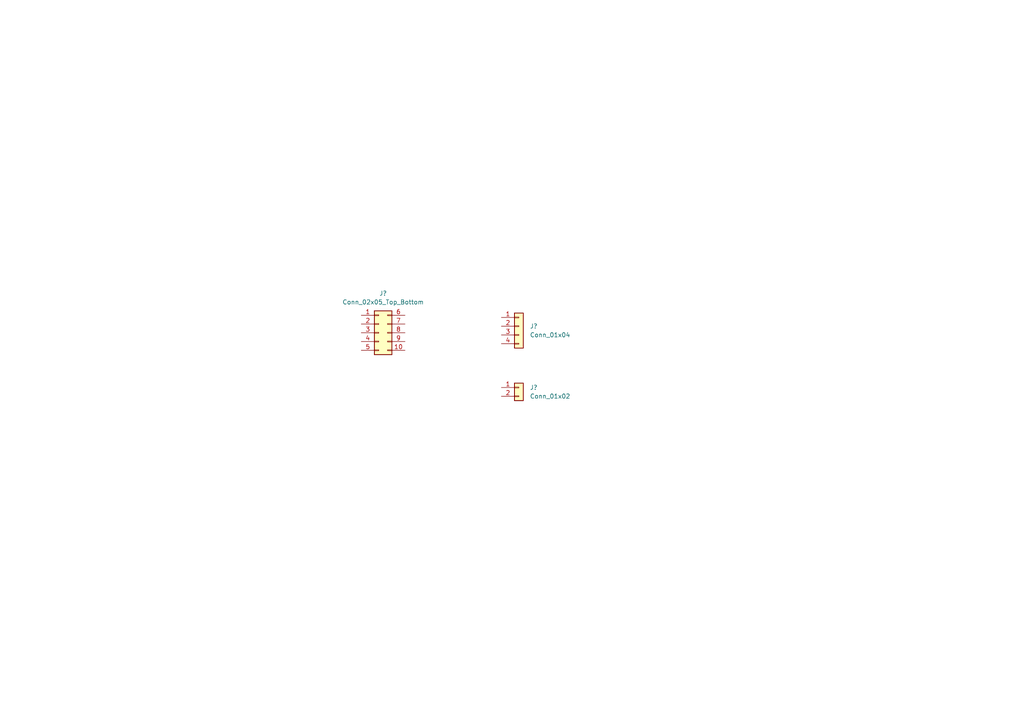
<source format=kicad_sch>
(kicad_sch (version 20211123) (generator eeschema)
  (paper "A4")
  (title_block (title "PM2008 Adapter Board") (date "2022-10-24") (rev "V01") (company "neosarchizo"))
  (lib_symbols
    (symbol "Connector_Generic:Conn_01x02" (pin_names (offset 1.016) hide)
      (property "Reference" "J" (at 0 2.54 0))
      (property "Value" "Conn_01x02" (at 0 -5.08 0))
      (symbol "Conn_01x02_1_1"
        (rectangle (start -1.27 -2.413) (end 0 -2.667) (stroke (width 0.1524)))
        (rectangle (start -1.27 0.127) (end 0 -0.127) (stroke (width 0.1524)))
        (rectangle (start -1.27 1.27) (end 1.27 -3.81) (stroke (width 0.254)) (fill (type background)))
        (pin passive line (at -5.08 0 0) (length 3.81) (name "Pin_1") (number "1"))
        (pin passive line (at -5.08 -2.54 0) (length 3.81) (name "Pin_2") (number "2"))
      )
    )
    (symbol "Connector_Generic:Conn_01x04" (pin_names (offset 1.016) hide)
      (property "Reference" "J" (at 0 5.08 0))
      (property "Value" "Conn_01x04" (at 0 -7.62 0))
      (symbol "Conn_01x04_1_1"
        (rectangle (start -1.27 -4.953) (end 0 -5.207) (stroke (width 0.1524)))
        (rectangle (start -1.27 -2.413) (end 0 -2.667) (stroke (width 0.1524)))
        (rectangle (start -1.27 0.127) (end 0 -0.127) (stroke (width 0.1524)))
        (rectangle (start -1.27 2.667) (end 0 2.413) (stroke (width 0.1524)))
        (rectangle (start -1.27 3.81) (end 1.27 -6.35) (stroke (width 0.254)) (fill (type background)))
        (pin passive line (at -5.08 2.54 0) (length 3.81) (name "Pin_1") (number "1"))
        (pin passive line (at -5.08 0 0) (length 3.81) (name "Pin_2") (number "2"))
        (pin passive line (at -5.08 -2.54 0) (length 3.81) (name "Pin_3") (number "3"))
        (pin passive line (at -5.08 -5.08 0) (length 3.81) (name "Pin_4") (number "4"))
      )
    )
    (symbol "Connector_Generic:Conn_02x05_Top_Bottom" (pin_names (offset 1.016) hide)
      (property "Reference" "J" (at 1.27 7.62 0))
      (property "Value" "Conn_02x05_Top_Bottom" (at 1.27 -7.62 0))
      (symbol "Conn_02x05_Top_Bottom_1_1"
        (rectangle (start -1.27 -4.953) (end 0 -5.207) (stroke (width 0.1524)))
        (rectangle (start -1.27 -2.413) (end 0 -2.667) (stroke (width 0.1524)))
        (rectangle (start -1.27 0.127) (end 0 -0.127) (stroke (width 0.1524)))
        (rectangle (start -1.27 2.667) (end 0 2.413) (stroke (width 0.1524)))
        (rectangle (start -1.27 5.207) (end 0 4.953) (stroke (width 0.1524)))
        (rectangle (start -1.27 6.35) (end 3.81 -6.35) (stroke (width 0.254)) (fill (type background)))
        (rectangle (start 3.81 -4.953) (end 2.54 -5.207) (stroke (width 0.1524)))
        (rectangle (start 3.81 -2.413) (end 2.54 -2.667) (stroke (width 0.1524)))
        (rectangle (start 3.81 0.127) (end 2.54 -0.127) (stroke (width 0.1524)))
        (rectangle (start 3.81 2.667) (end 2.54 2.413) (stroke (width 0.1524)))
        (rectangle (start 3.81 5.207) (end 2.54 4.953) (stroke (width 0.1524)))
        (pin passive line (at -5.08 5.08 0) (length 3.81) (name "Pin_1") (number "1"))
        (pin passive line (at 7.62 -5.08 180) (length 3.81) (name "Pin_10") (number "10"))
        (pin passive line (at -5.08 2.54 0) (length 3.81) (name "Pin_2") (number "2"))
        (pin passive line (at -5.08 0 0) (length 3.81) (name "Pin_3") (number "3"))
        (pin passive line (at -5.08 -2.54 0) (length 3.81) (name "Pin_4") (number "4"))
        (pin passive line (at -5.08 -5.08 0) (length 3.81) (name "Pin_5") (number "5"))
        (pin passive line (at 7.62 5.08 180) (length 3.81) (name "Pin_6") (number "6"))
        (pin passive line (at 7.62 2.54 180) (length 3.81) (name "Pin_7") (number "7"))
        (pin passive line (at 7.62 0 180) (length 3.81) (name "Pin_8") (number "8"))
        (pin passive line (at 7.62 -2.54 180) (length 3.81) (name "Pin_9") (number "9"))
      )
    )
  )
  (symbol (lib_id "Connector_Generic:Conn_02x05_Top_Bottom") (at 109.855 96.52 0) (unit 1)
    (property "Reference" "J?" (at 111.125 85.09 0))
    (property "Value" "Conn_02x05_Top_Bottom" (at 111.125 87.63 0))
  )
  (symbol (lib_id "Connector_Generic:Conn_01x04") (at 150.495 94.615 0) (unit 1)
    (property "Reference" "J?" (at 153.67 94.6149 0) (effects (justify left)))
    (property "Value" "Conn_01x04" (at 153.67 97.1549 0) (effects (justify left)))
  )
  (symbol (lib_id "Connector_Generic:Conn_01x02") (at 150.495 112.395 0) (unit 1)
    (property "Reference" "J?" (at 153.67 112.3949 0) (effects (justify left)))
    (property "Value" "Conn_01x02" (at 153.67 114.9349 0) (effects (justify left)))
  )
)
</source>
